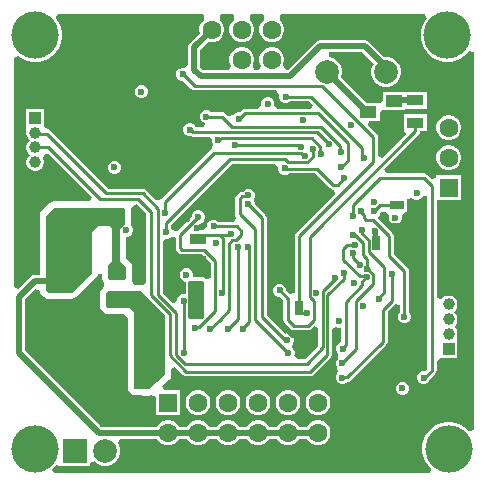
<source format=gbl>
G04*
G04 #@! TF.GenerationSoftware,Altium Limited,Altium Designer,22.10.1 (41)*
G04*
G04 Layer_Physical_Order=4*
G04 Layer_Color=16711680*
%FSLAX25Y25*%
%MOIN*%
G70*
G04*
G04 #@! TF.SameCoordinates,0245A464-56C0-4E7C-B2BA-3340792428E8*
G04*
G04*
G04 #@! TF.FilePolarity,Positive*
G04*
G01*
G75*
%ADD16C,0.01000*%
%ADD22R,0.02756X0.05118*%
%ADD31R,0.05433X0.03622*%
%ADD32R,0.05118X0.02756*%
%ADD62C,0.01500*%
%ADD64C,0.02000*%
%ADD65C,0.06299*%
%ADD66R,0.06299X0.06299*%
%ADD67C,0.15748*%
%ADD68R,0.07874X0.07874*%
%ADD69C,0.07874*%
%ADD70R,0.07874X0.07874*%
%ADD71R,0.06299X0.06299*%
%ADD72R,0.03937X0.03937*%
%ADD73C,0.03937*%
%ADD74C,0.02362*%
G04:AMPARAMS|DCode=98|XSize=51.58mil|YSize=36.61mil|CornerRadius=2.75mil|HoleSize=0mil|Usage=FLASHONLY|Rotation=0.000|XOffset=0mil|YOffset=0mil|HoleType=Round|Shape=RoundedRectangle|*
%AMROUNDEDRECTD98*
21,1,0.05158,0.03112,0,0,0.0*
21,1,0.04608,0.03661,0,0,0.0*
1,1,0.00549,0.02304,-0.01556*
1,1,0.00549,-0.02304,-0.01556*
1,1,0.00549,-0.02304,0.01556*
1,1,0.00549,0.02304,0.01556*
%
%ADD98ROUNDEDRECTD98*%
G04:AMPARAMS|DCode=99|XSize=51.58mil|YSize=127.56mil|CornerRadius=3.87mil|HoleSize=0mil|Usage=FLASHONLY|Rotation=0.000|XOffset=0mil|YOffset=0mil|HoleType=Round|Shape=RoundedRectangle|*
%AMROUNDEDRECTD99*
21,1,0.05158,0.11982,0,0,0.0*
21,1,0.04384,0.12756,0,0,0.0*
1,1,0.00774,0.02192,-0.05991*
1,1,0.00774,-0.02192,-0.05991*
1,1,0.00774,-0.02192,0.05991*
1,1,0.00774,0.02192,0.05991*
%
%ADD99ROUNDEDRECTD99*%
%ADD100R,0.05512X0.03937*%
G36*
X140245Y153515D02*
X140304Y153224D01*
X139380Y151841D01*
X138711Y150226D01*
X138370Y148512D01*
Y146764D01*
X138711Y145049D01*
X139380Y143434D01*
X140351Y141981D01*
X141587Y140745D01*
X143041Y139774D01*
X144656Y139105D01*
X146370Y138764D01*
X148118D01*
X149832Y139105D01*
X151447Y139774D01*
X152901Y140745D01*
X154137Y141981D01*
X154451Y142451D01*
X155951Y141996D01*
Y16074D01*
X154791Y15605D01*
X154451Y15579D01*
X153295Y16735D01*
X151841Y17707D01*
X150226Y18375D01*
X148512Y18717D01*
X146764D01*
X145049Y18375D01*
X143434Y17707D01*
X141981Y16735D01*
X140745Y15499D01*
X139774Y14046D01*
X139105Y12431D01*
X138764Y10717D01*
Y8969D01*
X139105Y7254D01*
X139774Y5639D01*
X140745Y4186D01*
X141901Y3029D01*
X141876Y2689D01*
X141407Y1529D01*
X16074D01*
X15605Y2689D01*
X15579Y3029D01*
X16735Y4186D01*
X16791Y4269D01*
X18291Y4118D01*
Y4118D01*
X28165D01*
Y5088D01*
X29665Y5636D01*
X30197Y5105D01*
X31323Y4455D01*
X32578Y4118D01*
X33878D01*
X35134Y4455D01*
X36260Y5105D01*
X37179Y6024D01*
X37829Y7149D01*
X38165Y8405D01*
Y9705D01*
X37829Y10961D01*
X37472Y11579D01*
X38086Y12913D01*
X38268Y13079D01*
X50500D01*
X50794Y12570D01*
X51566Y11798D01*
X52513Y11251D01*
X53568Y10968D01*
X54660D01*
X55716Y11251D01*
X56662Y11798D01*
X57435Y12570D01*
X57728Y13079D01*
X60500D01*
X60794Y12570D01*
X61566Y11798D01*
X62512Y11251D01*
X63568Y10968D01*
X64661D01*
X65716Y11251D01*
X66662Y11798D01*
X67435Y12570D01*
X67728Y13079D01*
X70500D01*
X70794Y12570D01*
X71566Y11798D01*
X72513Y11251D01*
X73568Y10968D01*
X74660D01*
X75716Y11251D01*
X76662Y11798D01*
X77435Y12570D01*
X77728Y13079D01*
X80500D01*
X80794Y12570D01*
X81566Y11798D01*
X82512Y11251D01*
X83568Y10968D01*
X84661D01*
X85716Y11251D01*
X86662Y11798D01*
X87435Y12570D01*
X87728Y13079D01*
X90500D01*
X90794Y12570D01*
X91566Y11798D01*
X92513Y11251D01*
X93568Y10968D01*
X94661D01*
X95716Y11251D01*
X96662Y11798D01*
X97435Y12570D01*
X97728Y13079D01*
X100500D01*
X100794Y12570D01*
X101566Y11798D01*
X102513Y11251D01*
X103568Y10968D01*
X104660D01*
X105716Y11251D01*
X106662Y11798D01*
X107435Y12570D01*
X107981Y13516D01*
X108264Y14572D01*
Y15664D01*
X107981Y16720D01*
X107435Y17666D01*
X106662Y18439D01*
X105716Y18985D01*
X104660Y19268D01*
X103568D01*
X102513Y18985D01*
X101566Y18439D01*
X100794Y17666D01*
X100500Y17157D01*
X97728D01*
X97435Y17666D01*
X96662Y18439D01*
X95716Y18985D01*
X94661Y19268D01*
X93568D01*
X92513Y18985D01*
X91566Y18439D01*
X90794Y17666D01*
X90500Y17157D01*
X87728D01*
X87435Y17666D01*
X86662Y18439D01*
X85716Y18985D01*
X84661Y19268D01*
X83568D01*
X82512Y18985D01*
X81566Y18439D01*
X80794Y17666D01*
X80500Y17157D01*
X77728D01*
X77435Y17666D01*
X76662Y18439D01*
X75716Y18985D01*
X74660Y19268D01*
X73568D01*
X72513Y18985D01*
X71566Y18439D01*
X70794Y17666D01*
X70500Y17157D01*
X67728D01*
X67435Y17666D01*
X66662Y18439D01*
X65716Y18985D01*
X64661Y19268D01*
X63568D01*
X62512Y18985D01*
X61566Y18439D01*
X60794Y17666D01*
X60500Y17157D01*
X57728D01*
X57435Y17666D01*
X56662Y18439D01*
X55716Y18985D01*
X54660Y19268D01*
X53568D01*
X52513Y18985D01*
X51566Y18439D01*
X50794Y17666D01*
X50500Y17157D01*
X31888D01*
X6468Y42577D01*
Y59588D01*
X9847Y62967D01*
X10790Y62735D01*
X11389Y62387D01*
X11502Y61818D01*
X11944Y61156D01*
X12731Y60369D01*
X13393Y59927D01*
X13818Y59842D01*
X22047Y59842D01*
X22106Y59784D01*
X22828Y59927D01*
X23489Y60369D01*
X23489Y60369D01*
X30182Y67062D01*
X30624Y67724D01*
X30713Y68169D01*
X32213Y68022D01*
Y66536D01*
X32213Y66535D01*
X32368Y65755D01*
X32708Y65245D01*
X32810Y65092D01*
Y63928D01*
X32518Y63354D01*
X32023Y62859D01*
X31581Y62198D01*
X31425Y61417D01*
Y57480D01*
X31581Y56700D01*
X32023Y56038D01*
X32810Y55251D01*
X33472Y54809D01*
X34252Y54654D01*
X39253Y54654D01*
X40677Y53230D01*
X40677Y30156D01*
X40738Y29852D01*
X40771Y29544D01*
X40815Y29465D01*
X40833Y29376D01*
X41005Y29118D01*
X41154Y28846D01*
X41658Y28245D01*
X41724Y28191D01*
X41771Y28120D01*
X42032Y27944D01*
X42278Y27746D01*
X42360Y27722D01*
X42430Y27675D01*
X42739Y27611D01*
X43042Y27523D01*
X43126Y27532D01*
X43210Y27515D01*
X47727Y27490D01*
X48056Y27554D01*
X48389Y27597D01*
X48445Y27629D01*
X48465Y27633D01*
X48513Y27640D01*
X49458Y27283D01*
X49965Y26872D01*
Y20968D01*
X58264D01*
Y29268D01*
X52676D01*
X52149Y30672D01*
X54490Y32716D01*
X54533Y32771D01*
X54592Y32810D01*
X54775Y33084D01*
X54976Y33346D01*
X54995Y33413D01*
X55034Y33472D01*
X55098Y33795D01*
X55184Y34114D01*
X55175Y34183D01*
X55189Y34252D01*
Y36358D01*
X56575Y36932D01*
X59155Y34352D01*
X59651Y34020D01*
X60236Y33904D01*
X101575D01*
X102160Y34020D01*
X102656Y34352D01*
X108206Y39901D01*
X108537Y40397D01*
X108654Y40983D01*
Y49712D01*
X109417Y50154D01*
X110154Y50425D01*
X110809Y50153D01*
X111687D01*
X111912Y50004D01*
Y45277D01*
X111162Y44966D01*
X110546Y44350D01*
X110213Y43546D01*
Y42675D01*
X110546Y41870D01*
X110811Y41605D01*
X110924Y40459D01*
X110730Y39810D01*
X110349Y39429D01*
X110016Y38624D01*
Y37754D01*
X110349Y36949D01*
X110533Y36765D01*
X110813Y35827D01*
X110533Y34888D01*
X110349Y34705D01*
X110016Y33900D01*
Y33029D01*
X110349Y32225D01*
X110965Y31609D01*
X111769Y31276D01*
X112640D01*
X113445Y31609D01*
X113879Y32044D01*
X113888D01*
X114473Y32160D01*
X114969Y32491D01*
X126853Y44375D01*
X127185Y44871D01*
X127301Y45457D01*
Y55453D01*
X129822Y57974D01*
X129845Y58008D01*
X131345Y57553D01*
Y55306D01*
X131018Y54980D01*
X130685Y54176D01*
Y53305D01*
X131018Y52500D01*
X131634Y51884D01*
X132439Y51551D01*
X133309D01*
X134114Y51884D01*
X134730Y52500D01*
X135063Y53305D01*
Y54176D01*
X134730Y54980D01*
X134403Y55306D01*
Y68898D01*
X134287Y69483D01*
X133956Y69979D01*
X129285Y74649D01*
Y80759D01*
X129169Y81344D01*
X128837Y81840D01*
X123968Y86710D01*
X124049Y87121D01*
X124665Y87736D01*
X124998Y88541D01*
X125312Y88629D01*
X126756Y88764D01*
Y88764D01*
X126869D01*
X127751Y87264D01*
X127713Y87172D01*
Y86293D01*
X128049Y85481D01*
X128670Y84860D01*
X129482Y84524D01*
X130361D01*
X131172Y84860D01*
X131794Y85481D01*
X132130Y86293D01*
Y87172D01*
X132092Y87264D01*
X132973Y88764D01*
X133874D01*
Y92932D01*
X134247Y93139D01*
X135374Y93392D01*
X135757Y93010D01*
X136568Y92673D01*
X137447D01*
X138259Y93010D01*
X138880Y93631D01*
X139097Y94153D01*
X140597Y93855D01*
Y36485D01*
X139765Y35653D01*
X138935D01*
X138130Y35320D01*
X137514Y34705D01*
X137181Y33900D01*
Y33029D01*
X137514Y32225D01*
X138130Y31609D01*
X138935Y31276D01*
X139805D01*
X140610Y31609D01*
X141226Y32225D01*
X141559Y33029D01*
Y33122D01*
X143207Y34770D01*
X143539Y35267D01*
X143655Y35852D01*
Y39062D01*
X144669Y40142D01*
X145155Y40142D01*
X150606D01*
Y46079D01*
X150606Y46079D01*
X150590Y47579D01*
X150606Y47641D01*
Y48422D01*
X150404Y49177D01*
X150013Y49854D01*
X149526Y50492D01*
X150013Y51130D01*
X150404Y51807D01*
X150606Y52562D01*
Y53344D01*
X150404Y54099D01*
X150013Y54776D01*
X149526Y55413D01*
X150013Y56051D01*
X150404Y56728D01*
X150606Y57483D01*
Y58265D01*
X150404Y59020D01*
X150013Y59697D01*
X149460Y60249D01*
X148784Y60640D01*
X148029Y60843D01*
X147247D01*
X146492Y60640D01*
X145815Y60249D01*
X145262Y59697D01*
X145155Y59511D01*
X143655Y59913D01*
Y92661D01*
X151787D01*
Y100961D01*
X143488D01*
Y100166D01*
X141988Y99545D01*
X140452Y101081D01*
X139955Y101413D01*
X139370Y101529D01*
X126778D01*
X126157Y103029D01*
X137696Y114568D01*
X138027Y115064D01*
X138144Y115650D01*
Y115654D01*
X140331D01*
Y121276D01*
X132898D01*
Y115654D01*
X132898D01*
X133354Y114552D01*
X125455Y106653D01*
X124069Y107227D01*
Y113681D01*
X123952Y114266D01*
X123621Y114762D01*
X120690Y117693D01*
X121265Y119079D01*
X124622D01*
Y121973D01*
X125772Y122819D01*
X126122Y122819D01*
X133283D01*
Y123173D01*
X140331D01*
Y128795D01*
X132898D01*
Y128756D01*
X125772D01*
Y125862D01*
X124622Y125016D01*
X124272Y125016D01*
X120388D01*
X111727Y133676D01*
X112024Y134783D01*
Y136083D01*
X111687Y137339D01*
X111037Y138464D01*
X110118Y139384D01*
X108992Y140034D01*
X107737Y140370D01*
X107765Y141858D01*
X118939D01*
X122642Y138155D01*
X122171Y137339D01*
X121835Y136083D01*
Y134783D01*
X122171Y133528D01*
X122821Y132402D01*
X123740Y131483D01*
X124866Y130833D01*
X126122Y130496D01*
X127422D01*
X128677Y130833D01*
X129803Y131483D01*
X130722Y132402D01*
X131372Y133528D01*
X131709Y134783D01*
Y136083D01*
X131372Y137339D01*
X130722Y138464D01*
X129803Y139384D01*
X128677Y140034D01*
X127422Y140370D01*
X126195D01*
X121225Y145340D01*
X120564Y145782D01*
X119783Y145937D01*
X104921D01*
X104141Y145782D01*
X103479Y145340D01*
X94253Y136114D01*
X93204Y136325D01*
X92551Y137789D01*
X92607Y137887D01*
X92890Y138942D01*
Y140034D01*
X92607Y141090D01*
X92061Y142036D01*
X91288Y142809D01*
X90342Y143355D01*
X89287Y143638D01*
X88194D01*
X87138Y143355D01*
X86192Y142809D01*
X85420Y142036D01*
X84873Y141090D01*
X84591Y140034D01*
Y138942D01*
X84873Y137887D01*
X85156Y137398D01*
X84614Y136153D01*
X84352Y135898D01*
X83129D01*
X82867Y136153D01*
X82325Y137398D01*
X82607Y137887D01*
X82890Y138942D01*
Y140034D01*
X82607Y141090D01*
X82061Y142036D01*
X81288Y142809D01*
X80342Y143355D01*
X79286Y143638D01*
X78194D01*
X77139Y143355D01*
X76192Y142809D01*
X75420Y142036D01*
X74873Y141090D01*
X74591Y140034D01*
Y138942D01*
X74873Y137887D01*
X75156Y137398D01*
X74614Y136153D01*
X74352Y135898D01*
X65904D01*
X64834Y136967D01*
Y142699D01*
X67626Y145491D01*
X68194Y145339D01*
X69287D01*
X70342Y145621D01*
X71288Y146168D01*
X72061Y146940D01*
X72607Y147887D01*
X72890Y148942D01*
Y150034D01*
X72607Y151090D01*
X72061Y152036D01*
X71288Y152809D01*
X71492Y154423D01*
X71748Y154724D01*
X75732D01*
X75988Y154423D01*
X76192Y152809D01*
X75420Y152036D01*
X74873Y151090D01*
X74591Y150034D01*
Y148942D01*
X74873Y147887D01*
X75420Y146940D01*
X76192Y146168D01*
X77139Y145621D01*
X78194Y145339D01*
X79286D01*
X80342Y145621D01*
X81288Y146168D01*
X82061Y146940D01*
X82607Y147887D01*
X82890Y148942D01*
Y150034D01*
X82607Y151090D01*
X82061Y152036D01*
X81288Y152809D01*
X81492Y154423D01*
X81748Y154724D01*
X85732D01*
X85988Y154423D01*
X86192Y152809D01*
X85420Y152036D01*
X84873Y151090D01*
X84591Y150034D01*
Y148942D01*
X84873Y147887D01*
X85420Y146940D01*
X86192Y146168D01*
X87138Y145621D01*
X88194Y145339D01*
X89287D01*
X90342Y145621D01*
X91288Y146168D01*
X92061Y146940D01*
X92607Y147887D01*
X92890Y148942D01*
Y150034D01*
X92607Y151090D01*
X92061Y152036D01*
X91288Y152809D01*
X91492Y154423D01*
X91748Y154724D01*
X139660D01*
X140245Y153515D01*
D02*
G37*
G36*
X65988Y154423D02*
X66192Y152809D01*
X65420Y152036D01*
X64873Y151090D01*
X64591Y150034D01*
Y148942D01*
X64743Y148374D01*
X61353Y144985D01*
X60911Y144324D01*
X60756Y143543D01*
Y137934D01*
X59491Y136835D01*
X58620D01*
X57815Y136501D01*
X57199Y135886D01*
X56866Y135081D01*
Y134210D01*
X57199Y133406D01*
X57815Y132790D01*
X58620Y132457D01*
X59081D01*
X61911Y129627D01*
X62407Y129296D01*
X62992Y129179D01*
X90266D01*
X91151Y127679D01*
X91118Y127601D01*
Y126730D01*
X91451Y125925D01*
X92067Y125310D01*
X92872Y124976D01*
X93743D01*
X94547Y125310D01*
X94873Y125636D01*
X101237D01*
X102445Y124427D01*
X101872Y123041D01*
X90686D01*
X89610Y124364D01*
Y125242D01*
X89274Y126054D01*
X88653Y126676D01*
X87841Y127012D01*
X86962D01*
X86150Y126676D01*
X85529Y126054D01*
X85193Y125242D01*
Y124364D01*
X84117Y123041D01*
X79760D01*
X79175Y122925D01*
X78679Y122593D01*
X77960Y121874D01*
X77305D01*
X76500Y121541D01*
X75884Y120925D01*
X75883Y120921D01*
X74165Y120517D01*
X73129Y121554D01*
X72632Y121885D01*
X72047Y122002D01*
X68495D01*
X68169Y122328D01*
X67365Y122661D01*
X66494D01*
X65689Y122328D01*
X65073Y121712D01*
X64740Y120908D01*
Y120037D01*
X65073Y119232D01*
X65689Y118617D01*
X66494Y118283D01*
X66252Y116884D01*
X63479D01*
X63273Y117382D01*
X62657Y117998D01*
X61853Y118331D01*
X60982D01*
X60177Y117998D01*
X59562Y117382D01*
X59228Y116577D01*
Y115706D01*
X59562Y114902D01*
X60177Y114286D01*
X60982Y113953D01*
X61853D01*
X61926Y113983D01*
X61988Y113941D01*
X62573Y113825D01*
X68149D01*
X68677Y113034D01*
Y112163D01*
X69010Y111358D01*
X69126Y111243D01*
X68706Y109681D01*
X68210Y109349D01*
X52035Y93174D01*
X51885Y92950D01*
X50719Y92605D01*
X50151Y92563D01*
X46751Y95963D01*
X46255Y96295D01*
X45669Y96411D01*
X34196D01*
X14715Y115893D01*
X14218Y116225D01*
X13965Y116275D01*
X12811Y117110D01*
Y123047D01*
X6874D01*
Y117110D01*
X6874Y117110D01*
X6891Y115610D01*
X6874Y115548D01*
Y114767D01*
X7076Y114012D01*
X7467Y113335D01*
X7955Y112697D01*
X7467Y112059D01*
X7076Y111382D01*
X6874Y110627D01*
Y109845D01*
X7076Y109090D01*
X7467Y108414D01*
X7955Y107776D01*
X7467Y107138D01*
X7076Y106461D01*
X6874Y105706D01*
Y104924D01*
X7076Y104169D01*
X7467Y103492D01*
X8020Y102940D01*
X8697Y102549D01*
X9452Y102347D01*
X10233D01*
X10988Y102549D01*
X11665Y102940D01*
X12218Y103492D01*
X12609Y104169D01*
X12811Y104924D01*
Y105706D01*
X12609Y106461D01*
X12401Y106821D01*
X12968Y107910D01*
X14191Y108055D01*
X28664Y93582D01*
X28090Y92197D01*
X16142D01*
X15361Y92041D01*
X14700Y91599D01*
X11944Y88844D01*
X11502Y88182D01*
X11347Y87402D01*
Y67787D01*
X9744D01*
X8964Y67632D01*
X8302Y67190D01*
X4256Y63144D01*
X2756Y63765D01*
Y140053D01*
X3965Y140638D01*
X4256Y140698D01*
X5639Y139774D01*
X7254Y139105D01*
X8969Y138764D01*
X10717D01*
X12431Y139105D01*
X14046Y139774D01*
X15499Y140745D01*
X16735Y141981D01*
X17707Y143434D01*
X18375Y145049D01*
X18717Y146764D01*
Y148512D01*
X18375Y150226D01*
X17707Y151841D01*
X16782Y153224D01*
X16842Y153515D01*
X17427Y154724D01*
X65732D01*
X65988Y154423D01*
D02*
G37*
G36*
X55993Y80375D02*
X56738Y80029D01*
Y76722D01*
X56855Y76136D01*
X57186Y75640D01*
X57772Y75055D01*
X58268Y74723D01*
X58854Y74607D01*
X65429D01*
X68337Y71698D01*
Y66672D01*
X66837Y66317D01*
X66755Y66440D01*
X66296Y66746D01*
X65755Y66854D01*
X62728D01*
X62445Y67277D01*
Y68156D01*
X62109Y68968D01*
X61487Y69589D01*
X60676Y69925D01*
X59797D01*
X58985Y69589D01*
X58364Y68968D01*
X58028Y68156D01*
Y67277D01*
X58364Y66465D01*
X58985Y65844D01*
X59797Y65508D01*
X59901D01*
X59957Y65440D01*
Y61390D01*
X59738Y61244D01*
X58868D01*
X58063Y60911D01*
X57447Y60295D01*
X57114Y59491D01*
Y58981D01*
X56057Y58334D01*
X55728Y58246D01*
X52317Y61657D01*
Y79172D01*
X53108Y79701D01*
X53979D01*
X54783Y80034D01*
X55238Y80489D01*
X55993Y80375D01*
D02*
G37*
G36*
X39764Y89370D02*
Y84646D01*
X38976Y83858D01*
X38189Y83071D01*
Y72047D01*
X40157Y70472D01*
Y66535D01*
X39764Y66142D01*
X34646D01*
X34252Y66535D01*
Y70866D01*
X35433Y72047D01*
Y83268D01*
X34843Y83858D01*
X30709D01*
X28740Y81890D01*
Y68504D01*
X22047Y61811D01*
X14173D01*
X13386Y62598D01*
Y87402D01*
X16142Y90158D01*
X39370D01*
X39764Y89370D01*
D02*
G37*
G36*
X46896Y87949D02*
Y65332D01*
X46702Y65044D01*
X45805Y64351D01*
X45396Y64220D01*
X45276Y64244D01*
X42822D01*
X42034Y65744D01*
X42041Y65755D01*
X42197Y66535D01*
Y70472D01*
X42174Y70584D01*
X42184Y70698D01*
X42097Y70971D01*
X42041Y71253D01*
X41978Y71347D01*
X41944Y71456D01*
X41759Y71676D01*
X41599Y71914D01*
X41505Y71978D01*
X41431Y72065D01*
X40228Y73027D01*
Y80450D01*
X40610D01*
X41422Y80786D01*
X42043Y81407D01*
X42379Y82219D01*
Y83098D01*
X42043Y83910D01*
X41721Y84232D01*
X41803Y84646D01*
Y89370D01*
X41789Y89442D01*
X41798Y89515D01*
X42617Y90924D01*
X43667Y91178D01*
X46896Y87949D01*
D02*
G37*
G36*
X90927Y103710D02*
Y102840D01*
X91261Y102035D01*
X91877Y101419D01*
X92681Y101086D01*
X93552D01*
X94357Y101419D01*
X94557Y101620D01*
X103094D01*
X108158Y96556D01*
X108654Y96225D01*
X109162Y96124D01*
X109315Y95893D01*
X109768Y94608D01*
X96753Y81593D01*
X96422Y81097D01*
X96305Y80512D01*
Y61836D01*
X96268Y61806D01*
X94805Y61295D01*
X93528Y62572D01*
Y63034D01*
X93194Y63838D01*
X92579Y64454D01*
X91774Y64787D01*
X90903D01*
X90099Y64454D01*
X89483Y63838D01*
X89150Y63034D01*
Y62163D01*
X89483Y61358D01*
X90099Y60743D01*
X90903Y60409D01*
X91365D01*
X92565Y59209D01*
Y52756D01*
X92681Y52171D01*
X93013Y51674D01*
X94982Y49706D01*
X95478Y49374D01*
X96063Y49258D01*
X100776D01*
X101362Y49374D01*
X101858Y49706D01*
X102695Y50543D01*
X104195Y49922D01*
Y44153D01*
X99662Y39620D01*
X97089D01*
X97000Y39688D01*
X96210Y41120D01*
X96284Y41297D01*
Y42168D01*
X95950Y42972D01*
X95861Y43061D01*
X95376Y43744D01*
X95663Y44823D01*
X95996Y45628D01*
Y46498D01*
X95663Y47303D01*
X95047Y47919D01*
X94243Y48252D01*
X93372D01*
X93081Y48132D01*
X87032Y54181D01*
Y86758D01*
X86915Y87343D01*
X86584Y87839D01*
X83110Y91312D01*
Y91774D01*
X82777Y92579D01*
X82586Y92770D01*
X82777Y92961D01*
X83110Y93765D01*
Y94636D01*
X82777Y95441D01*
X82161Y96056D01*
X81357Y96390D01*
X80486D01*
X79681Y96056D01*
X79094Y95469D01*
X78883D01*
X78298Y95353D01*
X77802Y95022D01*
X76871Y94091D01*
X76540Y93595D01*
X76423Y93010D01*
Y88002D01*
X76540Y87417D01*
X76822Y86994D01*
X76760Y86691D01*
X76177Y85494D01*
X70858D01*
X70531Y85820D01*
X69727Y86154D01*
X68856D01*
X68051Y85820D01*
X67436Y85204D01*
X67102Y84400D01*
Y83529D01*
X65870Y82585D01*
X65484D01*
X65337Y82555D01*
X64321D01*
X63688Y83991D01*
X64351Y84819D01*
X64609D01*
X65413Y85152D01*
X66029Y85768D01*
X66362Y86572D01*
Y87443D01*
X66029Y88248D01*
X65413Y88864D01*
X64609Y89197D01*
X63738D01*
X62933Y88864D01*
X62318Y88248D01*
X61984Y87443D01*
Y86982D01*
X57232Y82230D01*
X56571Y82258D01*
X55634Y82561D01*
X55399Y83130D01*
X55073Y83456D01*
Y84454D01*
X75388Y104770D01*
X89743D01*
X90927Y103710D01*
D02*
G37*
G36*
X53150Y54331D02*
Y34252D01*
X47738Y29530D01*
X43221Y29554D01*
X42717Y30156D01*
X42717Y55315D01*
X41339Y56693D01*
X34252Y56693D01*
X33465Y57480D01*
Y61417D01*
X34252Y62205D01*
X45276D01*
X53150Y54331D01*
D02*
G37*
%LPC*%
G36*
X148184Y120961D02*
X147091D01*
X146036Y120678D01*
X145090Y120132D01*
X144317Y119359D01*
X143771Y118413D01*
X143488Y117357D01*
Y116265D01*
X143771Y115209D01*
X144317Y114263D01*
X145090Y113490D01*
X146036Y112944D01*
X147091Y112661D01*
X148184D01*
X149240Y112944D01*
X150186Y113490D01*
X150958Y114263D01*
X151505Y115209D01*
X151787Y116265D01*
Y117357D01*
X151505Y118413D01*
X150958Y119359D01*
X150186Y120132D01*
X149240Y120678D01*
X148184Y120961D01*
D02*
G37*
G36*
Y110961D02*
X147091D01*
X146036Y110678D01*
X145090Y110132D01*
X144317Y109359D01*
X143771Y108413D01*
X143488Y107357D01*
Y106265D01*
X143771Y105209D01*
X144317Y104263D01*
X145090Y103490D01*
X146036Y102944D01*
X147091Y102661D01*
X148184D01*
X149240Y102944D01*
X150186Y103490D01*
X150958Y104263D01*
X151505Y105209D01*
X151787Y106265D01*
Y107357D01*
X151505Y108413D01*
X150958Y109359D01*
X150186Y110132D01*
X149240Y110678D01*
X148184Y110961D01*
D02*
G37*
G36*
X132723Y32130D02*
X131844D01*
X131032Y31794D01*
X130411Y31172D01*
X130075Y30361D01*
Y29482D01*
X130411Y28670D01*
X131032Y28049D01*
X131844Y27713D01*
X132723D01*
X133535Y28049D01*
X134156Y28670D01*
X134492Y29482D01*
Y30361D01*
X134156Y31172D01*
X133535Y31794D01*
X132723Y32130D01*
D02*
G37*
G36*
X104660Y29268D02*
X103568D01*
X102513Y28985D01*
X101566Y28439D01*
X100794Y27666D01*
X100247Y26720D01*
X99965Y25664D01*
Y24572D01*
X100247Y23516D01*
X100794Y22570D01*
X101566Y21798D01*
X102513Y21251D01*
X103568Y20968D01*
X104660D01*
X105716Y21251D01*
X106662Y21798D01*
X107435Y22570D01*
X107981Y23516D01*
X108264Y24572D01*
Y25664D01*
X107981Y26720D01*
X107435Y27666D01*
X106662Y28439D01*
X105716Y28985D01*
X104660Y29268D01*
D02*
G37*
G36*
X94661D02*
X93568D01*
X92513Y28985D01*
X91566Y28439D01*
X90794Y27666D01*
X90247Y26720D01*
X89965Y25664D01*
Y24572D01*
X90247Y23516D01*
X90794Y22570D01*
X91566Y21798D01*
X92513Y21251D01*
X93568Y20968D01*
X94661D01*
X95716Y21251D01*
X96662Y21798D01*
X97435Y22570D01*
X97981Y23516D01*
X98264Y24572D01*
Y25664D01*
X97981Y26720D01*
X97435Y27666D01*
X96662Y28439D01*
X95716Y28985D01*
X94661Y29268D01*
D02*
G37*
G36*
X84661D02*
X83568D01*
X82512Y28985D01*
X81566Y28439D01*
X80794Y27666D01*
X80247Y26720D01*
X79965Y25664D01*
Y24572D01*
X80247Y23516D01*
X80794Y22570D01*
X81566Y21798D01*
X82512Y21251D01*
X83568Y20968D01*
X84661D01*
X85716Y21251D01*
X86662Y21798D01*
X87435Y22570D01*
X87981Y23516D01*
X88264Y24572D01*
Y25664D01*
X87981Y26720D01*
X87435Y27666D01*
X86662Y28439D01*
X85716Y28985D01*
X84661Y29268D01*
D02*
G37*
G36*
X74660D02*
X73568D01*
X72513Y28985D01*
X71566Y28439D01*
X70794Y27666D01*
X70247Y26720D01*
X69965Y25664D01*
Y24572D01*
X70247Y23516D01*
X70794Y22570D01*
X71566Y21798D01*
X72513Y21251D01*
X73568Y20968D01*
X74660D01*
X75716Y21251D01*
X76662Y21798D01*
X77435Y22570D01*
X77981Y23516D01*
X78264Y24572D01*
Y25664D01*
X77981Y26720D01*
X77435Y27666D01*
X76662Y28439D01*
X75716Y28985D01*
X74660Y29268D01*
D02*
G37*
G36*
X64661D02*
X63568D01*
X62512Y28985D01*
X61566Y28439D01*
X60794Y27666D01*
X60247Y26720D01*
X59965Y25664D01*
Y24572D01*
X60247Y23516D01*
X60794Y22570D01*
X61566Y21798D01*
X62512Y21251D01*
X63568Y20968D01*
X64661D01*
X65716Y21251D01*
X66662Y21798D01*
X67435Y22570D01*
X67981Y23516D01*
X68264Y24572D01*
Y25664D01*
X67981Y26720D01*
X67435Y27666D01*
X66662Y28439D01*
X65716Y28985D01*
X64661Y29268D01*
D02*
G37*
G36*
X45715Y130949D02*
X44836D01*
X44025Y130613D01*
X43403Y129991D01*
X43067Y129180D01*
Y128301D01*
X43403Y127489D01*
X44025Y126868D01*
X44836Y126532D01*
X45715D01*
X46527Y126868D01*
X47148Y127489D01*
X47484Y128301D01*
Y129180D01*
X47148Y129991D01*
X46527Y130613D01*
X45715Y130949D01*
D02*
G37*
G36*
X36660Y105752D02*
X35781D01*
X34969Y105416D01*
X34348Y104794D01*
X34012Y103983D01*
Y103104D01*
X34348Y102292D01*
X34969Y101671D01*
X35781Y101335D01*
X36660D01*
X37472Y101671D01*
X38093Y102292D01*
X38429Y103104D01*
Y103983D01*
X38093Y104794D01*
X37472Y105416D01*
X36660Y105752D01*
D02*
G37*
%LPD*%
D16*
X142126Y35852D02*
Y97244D01*
X139739Y33465D02*
X142126Y35852D01*
X139370Y33465D02*
X139739D01*
X139370Y100000D02*
X142126Y97244D01*
X124803Y100000D02*
X139370D01*
X115945Y91142D02*
X124803Y100000D01*
X115945Y87205D02*
Y91142D01*
X119480Y86609D02*
X120066Y86024D01*
X119480Y86609D02*
Y87616D01*
X118504Y88592D02*
X119480Y87616D01*
X118504Y88592D02*
Y88961D01*
X120066Y86024D02*
X122491D01*
X71446Y81055D02*
X74387D01*
X65484D02*
X71446D01*
X60236Y35433D02*
X101575D01*
X56693Y41112D02*
X59715Y38091D01*
X54724Y40945D02*
X60236Y35433D01*
X54724Y40945D02*
Y54724D01*
X100295Y38091D02*
X105724Y43520D01*
X101575Y35433D02*
X107124Y40983D01*
X59715Y38091D02*
X100295D01*
X56693Y41112D02*
Y55118D01*
X59303Y41587D02*
Y59055D01*
X50787Y61024D02*
X56693Y55118D01*
X48425Y61024D02*
X54724Y54724D01*
X48425Y61024D02*
Y88583D01*
X50787Y61024D02*
Y89764D01*
X74016Y49606D02*
X77559Y53150D01*
X81102Y51943D02*
Y76762D01*
X79134Y49606D02*
Y49975D01*
X81102Y51943D01*
X72047Y61811D02*
X72441Y62205D01*
X69866Y55749D02*
Y72332D01*
X64378Y50261D02*
X69866Y55749D01*
X66062Y76136D02*
X69866Y72332D01*
X72441Y62205D02*
Y80060D01*
X71446Y81055D02*
X72441Y80060D01*
X74409Y66351D02*
Y78127D01*
X75475Y79192D01*
X76818D01*
X78883Y93940D02*
X80661D01*
X77953Y93010D02*
X78883Y93940D01*
X77953Y88002D02*
Y93010D01*
X112598Y72736D02*
X118095Y67240D01*
X112598Y76237D02*
X113927Y77566D01*
X112598Y72736D02*
Y76237D01*
X105512Y130709D02*
X122539Y113681D01*
Y105217D02*
Y113681D01*
X62992Y130709D02*
X105512D01*
X59055Y134646D02*
X62992Y130709D01*
X118898Y107087D02*
Y110138D01*
X101870Y127165D02*
X118898Y110138D01*
X93307Y127165D02*
X101870D01*
X118898Y107087D02*
X119291Y106693D01*
X77933Y119685D02*
X79760Y121512D01*
X105250Y117126D02*
X111550Y110826D01*
X104079Y121512D02*
X113992Y111598D01*
X72047Y120472D02*
X75394Y117126D01*
X105250D01*
X79760Y121512D02*
X104079D01*
X113992Y105724D02*
Y111598D01*
X13633Y114812D02*
X33563Y94882D01*
X10188Y114812D02*
X13633D01*
X33563Y94882D02*
X45669D01*
X9843Y115157D02*
X10188Y114812D01*
X119193Y74220D02*
X120401Y73012D01*
X117025Y80405D02*
X119193Y78237D01*
Y74220D02*
Y78237D01*
X118095Y67240D02*
X120096D01*
X115842Y73210D02*
Y75046D01*
Y73210D02*
X118012Y71040D01*
X120607Y69831D02*
X122538Y67899D01*
X120401Y70350D02*
X120967Y69784D01*
X122538Y64712D02*
Y67899D01*
X120401Y70350D02*
Y73012D01*
X120031Y66694D02*
Y66879D01*
X116902Y59076D02*
X122538Y64712D01*
X120096Y67240D02*
X120357Y66979D01*
X118871Y65534D02*
X120031Y66694D01*
X126159Y61885D02*
Y70233D01*
X121147Y75244D02*
Y79246D01*
Y75244D02*
X126159Y70233D01*
X91339Y62598D02*
X94095Y59842D01*
Y52756D02*
Y59842D01*
X80890Y76975D02*
X81102Y76762D01*
X62992Y50000D02*
X63253Y50261D01*
X64378D01*
X83071Y52756D02*
Y82884D01*
Y52756D02*
X94095Y41732D01*
X93642Y46228D02*
X93807Y46063D01*
X85502Y53548D02*
Y86758D01*
Y53548D02*
X92822Y46228D01*
X93642D01*
X80921Y91339D02*
X85502Y86758D01*
X107124Y60865D02*
X112732Y66472D01*
Y68243D02*
X112926Y68438D01*
X112732Y66472D02*
Y68243D01*
X118871Y64245D02*
Y65534D01*
X113441Y58815D02*
X118871Y64245D01*
X113927Y77566D02*
X116258D01*
X116519Y77827D01*
X116995Y80405D02*
X117025D01*
X116314Y81087D02*
X116995Y80405D01*
X115945Y81087D02*
X116314D01*
X122810Y88976D02*
X124876Y91043D01*
X130217D01*
X62573Y115354D02*
X103937D01*
X107874Y111417D01*
X61786Y116142D02*
X62573Y115354D01*
X61417Y116142D02*
X61786D01*
X100776Y50787D02*
X102756Y52767D01*
X101362Y60252D02*
X102756Y58858D01*
Y52767D02*
Y58858D01*
X98713Y55118D02*
X100287D01*
X101362Y60252D02*
Y80398D01*
X97835Y80512D02*
X122539Y105217D01*
X136614Y115650D02*
Y118465D01*
X101362Y80398D02*
X136614Y115650D01*
X105724Y62417D02*
X109804Y66496D01*
X107124Y40983D02*
Y60865D01*
X109804Y66496D02*
Y66628D01*
X112205Y33465D02*
X112313Y33573D01*
X113888D02*
X125772Y45457D01*
Y56087D01*
X112313Y33573D02*
X113888D01*
X113441Y44377D02*
Y58815D01*
X116902Y42886D02*
Y59076D01*
X118918Y81476D02*
X121147Y79246D01*
X112205Y38189D02*
X116902Y42886D01*
X112402Y43338D02*
X113441Y44377D01*
X112402Y43110D02*
Y43338D01*
X118918Y81476D02*
Y82416D01*
X118658Y82677D02*
X118918Y82416D01*
X127756Y74016D02*
Y80759D01*
X122491Y86024D02*
X127756Y80759D01*
X132874Y53740D02*
Y68898D01*
X127756Y74016D02*
X132874Y68898D01*
X128740Y59055D02*
Y68110D01*
X125772Y56087D02*
X128740Y59055D01*
X124409Y59842D02*
Y60135D01*
X126159Y61885D01*
X97835Y55996D02*
Y80512D01*
X109239Y97638D02*
X110630D01*
X112894Y99902D01*
X105724Y43520D02*
Y62417D01*
X53543Y85088D02*
X74755Y106299D01*
X53543Y81890D02*
Y85088D01*
X74755Y106299D02*
X93177D01*
X94177Y105299D01*
X76378Y111024D02*
X97482D01*
X69291Y108268D02*
X98466D01*
X99253Y107480D02*
X99622D01*
X97482Y111024D02*
X98057Y110449D01*
X98425D01*
X98466Y108268D02*
X99253Y107480D01*
X53116Y92093D02*
X69291Y108268D01*
X44094Y92913D02*
X48425Y88583D01*
X45669Y94882D02*
X50787Y89764D01*
X31496Y92913D02*
X44094D01*
X96063Y50787D02*
X100776D01*
X94095Y52756D02*
X96063Y50787D01*
X130905Y78347D02*
Y83071D01*
X77559Y53150D02*
Y77140D01*
X71336Y52832D02*
Y52832D01*
X74410Y55905D02*
Y66351D01*
X71336Y52832D02*
X74410Y55905D01*
X68110Y49606D02*
X71336Y52832D01*
X93242Y103150D02*
X103728D01*
X93116Y103275D02*
X93242Y103150D01*
X94177Y105299D02*
X100525D01*
X102331Y107105D01*
Y109418D01*
X77740Y119685D02*
X77933D01*
X69291Y83965D02*
X77059D01*
X78588Y82436D01*
X80661Y93940D02*
X80921Y94201D01*
X74387Y81055D02*
X74828Y81496D01*
X75197D01*
X74409Y66351D02*
X74410Y66351D01*
X76818Y79192D02*
X78588Y80961D01*
Y82436D01*
X64173Y79744D02*
X65484Y81055D01*
X58268Y76722D02*
Y81102D01*
X64173Y87008D01*
X53116Y88222D02*
Y92093D01*
Y88222D02*
X53150Y88189D01*
X77953Y88002D02*
X83071Y82884D01*
X58854Y76136D02*
X66062D01*
X130217Y91043D02*
X130315Y91142D01*
X102331Y109418D02*
X102592Y109678D01*
X101969Y113386D02*
X104858Y110497D01*
Y108135D02*
Y110497D01*
Y108135D02*
X105118Y107874D01*
X103728Y103150D02*
X109239Y97638D01*
X58268Y76722D02*
X58854Y76136D01*
X111550Y108922D02*
X111811Y108661D01*
X111550Y108922D02*
Y110826D01*
X111811Y103543D02*
X113992Y105724D01*
X72022Y113386D02*
X101969D01*
X71235Y112598D02*
X72022Y113386D01*
X70866Y112598D02*
X71235D01*
X66929Y120472D02*
X72047D01*
X14173Y110236D02*
X31496Y92913D01*
X9843Y110236D02*
X14173D01*
X112096Y33573D02*
X112205Y33465D01*
X97835Y55996D02*
X98713Y55118D01*
D22*
X123425Y78347D02*
D03*
X130905D02*
D03*
X36811Y77953D02*
D03*
X44291D02*
D03*
X44291Y40157D02*
D03*
X36811D02*
D03*
X97835Y56693D02*
D03*
X90354D02*
D03*
X36811Y86221D02*
D03*
X44291D02*
D03*
X44291Y32283D02*
D03*
X36811D02*
D03*
D31*
X136614Y125984D02*
D03*
Y118465D02*
D03*
X64173Y72224D02*
D03*
Y79744D02*
D03*
D32*
X130315Y91142D02*
D03*
Y83661D02*
D03*
D62*
X66140Y69133D02*
Y71163D01*
X67323Y67716D02*
Y67950D01*
X66140Y69133D02*
X67323Y67950D01*
X90544Y52764D02*
Y56503D01*
Y52764D02*
X95505Y47803D01*
X90354Y56693D02*
X90544Y56503D01*
X95505Y47803D02*
X97866D01*
X123196Y78575D02*
Y82217D01*
Y78575D02*
X123425Y78347D01*
X130709Y114173D02*
Y117126D01*
X64173Y72224D02*
X65079D01*
X66140Y71163D01*
X129528Y118307D02*
X130709Y117126D01*
X97866Y47803D02*
X98032Y47638D01*
X133858Y78347D02*
X136221Y75984D01*
X130905Y78347D02*
X133858D01*
X136221Y75984D02*
Y75984D01*
X130315Y83661D02*
X130436Y83540D01*
X135124D01*
X135987Y82677D01*
X136221D01*
X44291Y77953D02*
Y86221D01*
D64*
X4429Y60433D02*
X9744Y65748D01*
X62795Y136122D02*
X65059Y133858D01*
X94882D02*
X104921Y143898D01*
X65059Y133858D02*
X94882D01*
X4429Y41732D02*
Y60433D01*
Y41732D02*
X31043Y15118D01*
X54114D01*
X9744Y65748D02*
X18110D01*
X67992Y148740D02*
X69075D01*
Y149488D02*
Y149882D01*
Y148740D02*
Y149488D01*
X119783Y143898D02*
X126772Y136909D01*
Y135433D02*
Y136909D01*
X104921Y143898D02*
X119783D01*
X62795Y136122D02*
Y143543D01*
X67992Y148740D01*
X68740Y149488D02*
X69075D01*
X94114Y15118D02*
X104114D01*
X84114D02*
X94114D01*
X74114D02*
X84114D01*
X64114D02*
X74114D01*
X54114D02*
X64114D01*
X94114Y5118D02*
X104114D01*
X84114D02*
X94114D01*
X74114D02*
X84114D01*
X64114D02*
X74114D01*
X54114D02*
X64114D01*
X107087Y135433D02*
X119110Y123409D01*
Y123016D02*
X120079Y122047D01*
X119110Y123016D02*
Y123409D01*
X120079Y122047D02*
X120866D01*
X129528Y125787D02*
X129626Y125886D01*
X136516D02*
X136614Y125984D01*
X129626Y125886D02*
X136516D01*
D65*
X104114Y5118D02*
D03*
X94114D02*
D03*
X84114D02*
D03*
X74114D02*
D03*
X64114D02*
D03*
X54114D02*
D03*
Y15118D02*
D03*
X64114D02*
D03*
X74114D02*
D03*
X84114D02*
D03*
X94114D02*
D03*
X104114D02*
D03*
Y25118D02*
D03*
X94114D02*
D03*
X84114D02*
D03*
X74114D02*
D03*
X64114D02*
D03*
X147638Y106811D02*
D03*
Y116811D02*
D03*
Y126811D02*
D03*
X88740Y149488D02*
D03*
X78740D02*
D03*
X68740D02*
D03*
Y139488D02*
D03*
X78740D02*
D03*
X88740Y139488D02*
D03*
D66*
X54114Y25118D02*
D03*
D67*
X9843Y9843D02*
D03*
X147638D02*
D03*
X147244Y147638D02*
D03*
X9843D02*
D03*
D68*
X23228Y9055D02*
D03*
D69*
X33228D02*
D03*
X18110Y55748D02*
D03*
X107087Y135433D02*
D03*
X126772D02*
D03*
D70*
X18110Y65748D02*
D03*
D71*
X147638Y96811D02*
D03*
D72*
X9843Y120079D02*
D03*
X147638Y43110D02*
D03*
D73*
X9843Y115157D02*
D03*
Y110236D02*
D03*
Y105315D02*
D03*
Y100394D02*
D03*
X147638Y48031D02*
D03*
Y52953D02*
D03*
Y57874D02*
D03*
Y62795D02*
D03*
D74*
X139370Y33465D02*
D03*
X115945Y87205D02*
D03*
X118504Y88961D02*
D03*
X59303Y41587D02*
D03*
Y59055D02*
D03*
X60236Y67716D02*
D03*
X74016Y49606D02*
D03*
X79134D02*
D03*
X72047Y61811D02*
D03*
X67323Y67716D02*
D03*
X114961Y117717D02*
D03*
X99213Y119319D02*
D03*
X120357Y66979D02*
D03*
X120607Y69831D02*
D03*
X116214Y64936D02*
D03*
X118012Y71040D02*
D03*
X115842Y75046D02*
D03*
X68110Y49606D02*
D03*
X91339Y62598D02*
D03*
X80890Y76975D02*
D03*
X21457Y71260D02*
D03*
X48031Y32087D02*
D03*
X62992Y50000D02*
D03*
X93807Y46063D02*
D03*
X112926Y68438D02*
D03*
X116519Y77827D02*
D03*
X115945Y81087D02*
D03*
X122638Y92020D02*
D03*
X100287Y55118D02*
D03*
X109804Y66628D02*
D03*
X119095Y57480D02*
D03*
X123196Y82217D02*
D03*
X118658Y82677D02*
D03*
X129921Y86732D02*
D03*
X122810Y88976D02*
D03*
X132874Y53740D02*
D03*
X112205Y38189D02*
D03*
X112402Y43110D02*
D03*
X128740Y68110D02*
D03*
X124409Y59842D02*
D03*
X127953Y102559D02*
D03*
X130709Y114173D02*
D03*
X112894Y99902D02*
D03*
X103543Y61811D02*
D03*
X132283Y29921D02*
D03*
X36220Y103543D02*
D03*
X88583D02*
D03*
X98425Y110449D02*
D03*
X44291Y82087D02*
D03*
X53543Y81890D02*
D03*
X60466Y86385D02*
D03*
X98032Y47638D02*
D03*
X136221Y75984D02*
D03*
X13386Y50394D02*
D03*
X12992Y42520D02*
D03*
Y46457D02*
D03*
X9449Y42520D02*
D03*
Y46457D02*
D03*
Y50394D02*
D03*
X93116Y103275D02*
D03*
X98819Y31102D02*
D03*
X115748Y26378D02*
D03*
X132712Y38403D02*
D03*
X132677Y43307D02*
D03*
X136221Y82677D02*
D03*
Y69291D02*
D03*
X25984Y150394D02*
D03*
X48819Y122835D02*
D03*
X32283Y107283D02*
D03*
X51772Y98819D02*
D03*
X70079Y78347D02*
D03*
X80921Y91339D02*
D03*
Y94201D02*
D03*
X69291Y83965D02*
D03*
X75197Y81496D02*
D03*
X63779Y83236D02*
D03*
X53150Y88189D02*
D03*
X77559Y77140D02*
D03*
X64173Y87008D02*
D03*
X99622Y107480D02*
D03*
X102592Y109678D02*
D03*
X105118Y107874D02*
D03*
X93307Y127165D02*
D03*
X137008Y94882D02*
D03*
X119291Y106693D02*
D03*
X111811Y108661D02*
D03*
X94095Y41732D02*
D03*
X87402Y124803D02*
D03*
X77740Y119685D02*
D03*
X40171Y82658D02*
D03*
X76378Y111024D02*
D03*
X70866Y112598D02*
D03*
X61417Y116142D02*
D03*
X66929Y120472D02*
D03*
X107874Y111417D02*
D03*
X59055Y134646D02*
D03*
X111811Y103543D02*
D03*
X111248Y52362D02*
D03*
X112205Y33465D02*
D03*
X45276Y128740D02*
D03*
X51575Y40945D02*
D03*
Y34646D02*
D03*
X48425D02*
D03*
X51575Y37795D02*
D03*
X48425D02*
D03*
X26772Y71653D02*
D03*
X16535D02*
D03*
Y75197D02*
D03*
X21654D02*
D03*
X26772D02*
D03*
D98*
X37224Y50433D02*
D03*
Y59449D02*
D03*
Y68465D02*
D03*
D99*
X63563Y59449D02*
D03*
D100*
X129528Y125787D02*
D03*
Y118307D02*
D03*
X120866Y122047D02*
D03*
M02*

</source>
